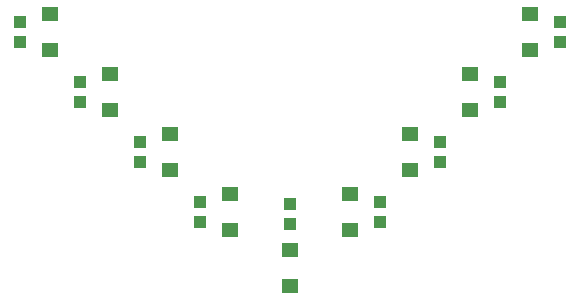
<source format=gtp>
G75*
%MOIN*%
%OFA0B0*%
%FSLAX25Y25*%
%IPPOS*%
%LPD*%
%AMOC8*
5,1,8,0,0,1.08239X$1,22.5*
%
%ADD10R,0.05512X0.04724*%
%ADD11R,0.03937X0.04331*%
D10*
X0203333Y0104094D03*
X0203333Y0115906D03*
X0223333Y0122844D03*
X0223333Y0134656D03*
X0243333Y0142844D03*
X0243333Y0154656D03*
X0263333Y0162844D03*
X0263333Y0174656D03*
X0283333Y0182844D03*
X0283333Y0194656D03*
X0183333Y0134656D03*
X0183333Y0122844D03*
X0163333Y0142844D03*
X0163333Y0154656D03*
X0143333Y0162844D03*
X0143333Y0174656D03*
X0123333Y0182844D03*
X0123333Y0194656D03*
D11*
X0113333Y0192096D03*
X0113333Y0185404D03*
X0133333Y0172096D03*
X0133333Y0165404D03*
X0153333Y0152096D03*
X0153333Y0145404D03*
X0173333Y0132096D03*
X0173333Y0125404D03*
X0203333Y0124779D03*
X0203333Y0131471D03*
X0233333Y0132096D03*
X0233333Y0125404D03*
X0253333Y0145404D03*
X0253333Y0152096D03*
X0273333Y0165404D03*
X0273333Y0172096D03*
X0293333Y0185404D03*
X0293333Y0192096D03*
M02*

</source>
